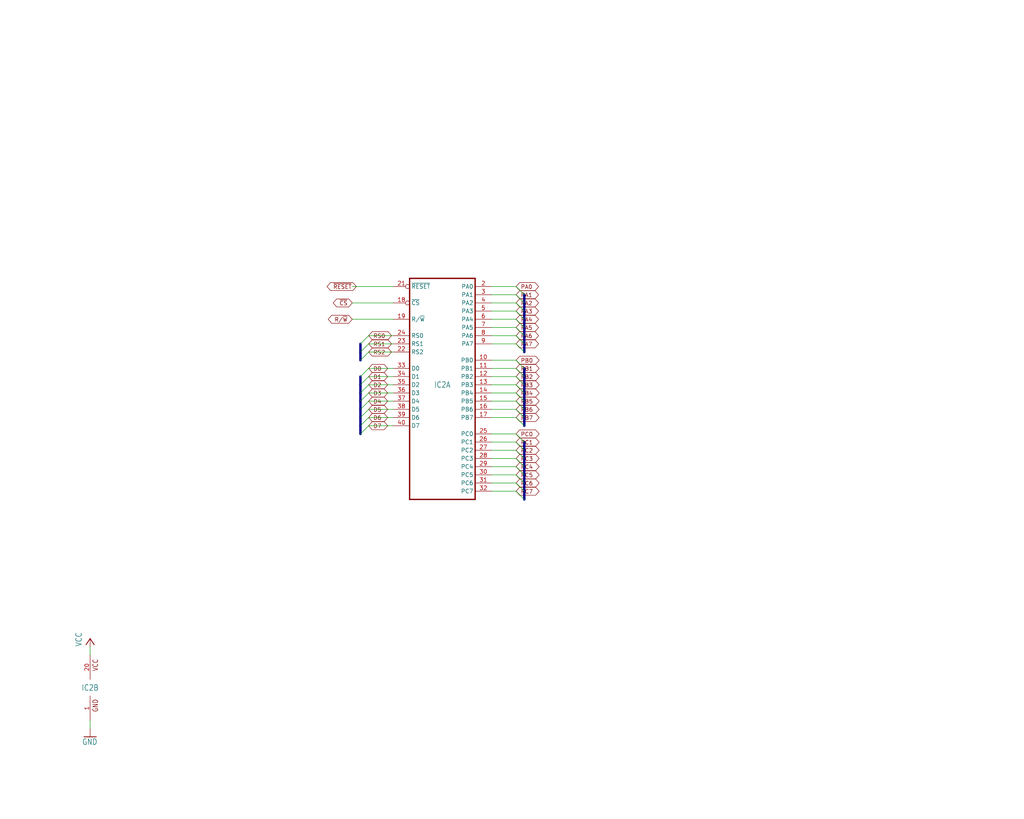
<source format=kicad_sch>
(kicad_sch
	(version 20231120)
	(generator "eeschema")
	(generator_version "8.0")
	(uuid "ea5cd088-c949-4418-b769-94c23f7e04fc")
	(paper "User" 317.5 254.127)
	(lib_symbols
		(symbol "Fake6523-eagle-import:6523-R"
			(exclude_from_sim no)
			(in_bom yes)
			(on_board yes)
			(property "Reference" "IC"
				(at 0 0 0)
				(effects
					(font
						(size 1.778 1.5113)
					)
				)
			)
			(property "Value" ""
				(at -10.16 -38.1 0)
				(effects
					(font
						(size 1.778 1.5113)
					)
					(justify left bottom)
					(hide yes)
				)
			)
			(property "Footprint" "Fake6523:DIL40-ROUNDPAD"
				(at 0 0 0)
				(effects
					(font
						(size 1.27 1.27)
					)
					(hide yes)
				)
			)
			(property "Datasheet" ""
				(at 0 0 0)
				(effects
					(font
						(size 1.27 1.27)
					)
					(hide yes)
				)
			)
			(property "Description" ""
				(at 0 0 0)
				(effects
					(font
						(size 1.27 1.27)
					)
					(hide yes)
				)
			)
			(property "ki_locked" ""
				(at 0 0 0)
				(effects
					(font
						(size 1.27 1.27)
					)
				)
			)
			(symbol "6523-R_1_0"
				(polyline
					(pts
						(xy -10.16 -35.56) (xy 10.16 -35.56)
					)
					(stroke
						(width 0.4064)
						(type solid)
					)
					(fill
						(type none)
					)
				)
				(polyline
					(pts
						(xy -10.16 33.02) (xy -10.16 -35.56)
					)
					(stroke
						(width 0.4064)
						(type solid)
					)
					(fill
						(type none)
					)
				)
				(polyline
					(pts
						(xy 10.16 -35.56) (xy 10.16 33.02)
					)
					(stroke
						(width 0.4064)
						(type solid)
					)
					(fill
						(type none)
					)
				)
				(polyline
					(pts
						(xy 10.16 33.02) (xy -10.16 33.02)
					)
					(stroke
						(width 0.4064)
						(type solid)
					)
					(fill
						(type none)
					)
				)
				(pin bidirectional line
					(at 15.24 7.62 180)
					(length 5.08)
					(name "PB0"
						(effects
							(font
								(size 1.27 1.27)
							)
						)
					)
					(number "10"
						(effects
							(font
								(size 1.27 1.27)
							)
						)
					)
				)
				(pin bidirectional line
					(at 15.24 5.08 180)
					(length 5.08)
					(name "PB1"
						(effects
							(font
								(size 1.27 1.27)
							)
						)
					)
					(number "11"
						(effects
							(font
								(size 1.27 1.27)
							)
						)
					)
				)
				(pin bidirectional line
					(at 15.24 2.54 180)
					(length 5.08)
					(name "PB2"
						(effects
							(font
								(size 1.27 1.27)
							)
						)
					)
					(number "12"
						(effects
							(font
								(size 1.27 1.27)
							)
						)
					)
				)
				(pin bidirectional line
					(at 15.24 0 180)
					(length 5.08)
					(name "PB3"
						(effects
							(font
								(size 1.27 1.27)
							)
						)
					)
					(number "13"
						(effects
							(font
								(size 1.27 1.27)
							)
						)
					)
				)
				(pin bidirectional line
					(at 15.24 -2.54 180)
					(length 5.08)
					(name "PB4"
						(effects
							(font
								(size 1.27 1.27)
							)
						)
					)
					(number "14"
						(effects
							(font
								(size 1.27 1.27)
							)
						)
					)
				)
				(pin bidirectional line
					(at 15.24 -5.08 180)
					(length 5.08)
					(name "PB5"
						(effects
							(font
								(size 1.27 1.27)
							)
						)
					)
					(number "15"
						(effects
							(font
								(size 1.27 1.27)
							)
						)
					)
				)
				(pin bidirectional line
					(at 15.24 -7.62 180)
					(length 5.08)
					(name "PB6"
						(effects
							(font
								(size 1.27 1.27)
							)
						)
					)
					(number "16"
						(effects
							(font
								(size 1.27 1.27)
							)
						)
					)
				)
				(pin bidirectional line
					(at 15.24 -10.16 180)
					(length 5.08)
					(name "PB7"
						(effects
							(font
								(size 1.27 1.27)
							)
						)
					)
					(number "17"
						(effects
							(font
								(size 1.27 1.27)
							)
						)
					)
				)
				(pin input inverted
					(at -15.24 25.4 0)
					(length 5.08)
					(name "~{CS}"
						(effects
							(font
								(size 1.27 1.27)
							)
						)
					)
					(number "18"
						(effects
							(font
								(size 1.27 1.27)
							)
						)
					)
				)
				(pin input line
					(at -15.24 20.32 0)
					(length 5.08)
					(name "R/~{W}"
						(effects
							(font
								(size 1.27 1.27)
							)
						)
					)
					(number "19"
						(effects
							(font
								(size 1.27 1.27)
							)
						)
					)
				)
				(pin bidirectional line
					(at 15.24 30.48 180)
					(length 5.08)
					(name "PA0"
						(effects
							(font
								(size 1.27 1.27)
							)
						)
					)
					(number "2"
						(effects
							(font
								(size 1.27 1.27)
							)
						)
					)
				)
				(pin input inverted
					(at -15.24 30.48 0)
					(length 5.08)
					(name "~{RESET}"
						(effects
							(font
								(size 1.27 1.27)
							)
						)
					)
					(number "21"
						(effects
							(font
								(size 1.27 1.27)
							)
						)
					)
				)
				(pin input line
					(at -15.24 10.16 0)
					(length 5.08)
					(name "RS2"
						(effects
							(font
								(size 1.27 1.27)
							)
						)
					)
					(number "22"
						(effects
							(font
								(size 1.27 1.27)
							)
						)
					)
				)
				(pin input line
					(at -15.24 12.7 0)
					(length 5.08)
					(name "RS1"
						(effects
							(font
								(size 1.27 1.27)
							)
						)
					)
					(number "23"
						(effects
							(font
								(size 1.27 1.27)
							)
						)
					)
				)
				(pin input line
					(at -15.24 15.24 0)
					(length 5.08)
					(name "RS0"
						(effects
							(font
								(size 1.27 1.27)
							)
						)
					)
					(number "24"
						(effects
							(font
								(size 1.27 1.27)
							)
						)
					)
				)
				(pin bidirectional line
					(at 15.24 -15.24 180)
					(length 5.08)
					(name "PC0"
						(effects
							(font
								(size 1.27 1.27)
							)
						)
					)
					(number "25"
						(effects
							(font
								(size 1.27 1.27)
							)
						)
					)
				)
				(pin bidirectional line
					(at 15.24 -17.78 180)
					(length 5.08)
					(name "PC1"
						(effects
							(font
								(size 1.27 1.27)
							)
						)
					)
					(number "26"
						(effects
							(font
								(size 1.27 1.27)
							)
						)
					)
				)
				(pin bidirectional line
					(at 15.24 -20.32 180)
					(length 5.08)
					(name "PC2"
						(effects
							(font
								(size 1.27 1.27)
							)
						)
					)
					(number "27"
						(effects
							(font
								(size 1.27 1.27)
							)
						)
					)
				)
				(pin bidirectional line
					(at 15.24 -22.86 180)
					(length 5.08)
					(name "PC3"
						(effects
							(font
								(size 1.27 1.27)
							)
						)
					)
					(number "28"
						(effects
							(font
								(size 1.27 1.27)
							)
						)
					)
				)
				(pin bidirectional line
					(at 15.24 -25.4 180)
					(length 5.08)
					(name "PC4"
						(effects
							(font
								(size 1.27 1.27)
							)
						)
					)
					(number "29"
						(effects
							(font
								(size 1.27 1.27)
							)
						)
					)
				)
				(pin bidirectional line
					(at 15.24 27.94 180)
					(length 5.08)
					(name "PA1"
						(effects
							(font
								(size 1.27 1.27)
							)
						)
					)
					(number "3"
						(effects
							(font
								(size 1.27 1.27)
							)
						)
					)
				)
				(pin bidirectional line
					(at 15.24 -27.94 180)
					(length 5.08)
					(name "PC5"
						(effects
							(font
								(size 1.27 1.27)
							)
						)
					)
					(number "30"
						(effects
							(font
								(size 1.27 1.27)
							)
						)
					)
				)
				(pin bidirectional line
					(at 15.24 -30.48 180)
					(length 5.08)
					(name "PC6"
						(effects
							(font
								(size 1.27 1.27)
							)
						)
					)
					(number "31"
						(effects
							(font
								(size 1.27 1.27)
							)
						)
					)
				)
				(pin bidirectional line
					(at 15.24 -33.02 180)
					(length 5.08)
					(name "PC7"
						(effects
							(font
								(size 1.27 1.27)
							)
						)
					)
					(number "32"
						(effects
							(font
								(size 1.27 1.27)
							)
						)
					)
				)
				(pin bidirectional line
					(at -15.24 5.08 0)
					(length 5.08)
					(name "D0"
						(effects
							(font
								(size 1.27 1.27)
							)
						)
					)
					(number "33"
						(effects
							(font
								(size 1.27 1.27)
							)
						)
					)
				)
				(pin bidirectional line
					(at -15.24 2.54 0)
					(length 5.08)
					(name "D1"
						(effects
							(font
								(size 1.27 1.27)
							)
						)
					)
					(number "34"
						(effects
							(font
								(size 1.27 1.27)
							)
						)
					)
				)
				(pin bidirectional line
					(at -15.24 0 0)
					(length 5.08)
					(name "D2"
						(effects
							(font
								(size 1.27 1.27)
							)
						)
					)
					(number "35"
						(effects
							(font
								(size 1.27 1.27)
							)
						)
					)
				)
				(pin bidirectional line
					(at -15.24 -2.54 0)
					(length 5.08)
					(name "D3"
						(effects
							(font
								(size 1.27 1.27)
							)
						)
					)
					(number "36"
						(effects
							(font
								(size 1.27 1.27)
							)
						)
					)
				)
				(pin bidirectional line
					(at -15.24 -5.08 0)
					(length 5.08)
					(name "D4"
						(effects
							(font
								(size 1.27 1.27)
							)
						)
					)
					(number "37"
						(effects
							(font
								(size 1.27 1.27)
							)
						)
					)
				)
				(pin bidirectional line
					(at -15.24 -7.62 0)
					(length 5.08)
					(name "D5"
						(effects
							(font
								(size 1.27 1.27)
							)
						)
					)
					(number "38"
						(effects
							(font
								(size 1.27 1.27)
							)
						)
					)
				)
				(pin bidirectional line
					(at -15.24 -10.16 0)
					(length 5.08)
					(name "D6"
						(effects
							(font
								(size 1.27 1.27)
							)
						)
					)
					(number "39"
						(effects
							(font
								(size 1.27 1.27)
							)
						)
					)
				)
				(pin bidirectional line
					(at 15.24 25.4 180)
					(length 5.08)
					(name "PA2"
						(effects
							(font
								(size 1.27 1.27)
							)
						)
					)
					(number "4"
						(effects
							(font
								(size 1.27 1.27)
							)
						)
					)
				)
				(pin bidirectional line
					(at -15.24 -12.7 0)
					(length 5.08)
					(name "D7"
						(effects
							(font
								(size 1.27 1.27)
							)
						)
					)
					(number "40"
						(effects
							(font
								(size 1.27 1.27)
							)
						)
					)
				)
				(pin bidirectional line
					(at 15.24 22.86 180)
					(length 5.08)
					(name "PA3"
						(effects
							(font
								(size 1.27 1.27)
							)
						)
					)
					(number "5"
						(effects
							(font
								(size 1.27 1.27)
							)
						)
					)
				)
				(pin bidirectional line
					(at 15.24 20.32 180)
					(length 5.08)
					(name "PA4"
						(effects
							(font
								(size 1.27 1.27)
							)
						)
					)
					(number "6"
						(effects
							(font
								(size 1.27 1.27)
							)
						)
					)
				)
				(pin bidirectional line
					(at 15.24 17.78 180)
					(length 5.08)
					(name "PA5"
						(effects
							(font
								(size 1.27 1.27)
							)
						)
					)
					(number "7"
						(effects
							(font
								(size 1.27 1.27)
							)
						)
					)
				)
				(pin bidirectional line
					(at 15.24 15.24 180)
					(length 5.08)
					(name "PA6"
						(effects
							(font
								(size 1.27 1.27)
							)
						)
					)
					(number "8"
						(effects
							(font
								(size 1.27 1.27)
							)
						)
					)
				)
				(pin bidirectional line
					(at 15.24 12.7 180)
					(length 5.08)
					(name "PA7"
						(effects
							(font
								(size 1.27 1.27)
							)
						)
					)
					(number "9"
						(effects
							(font
								(size 1.27 1.27)
							)
						)
					)
				)
			)
			(symbol "6523-R_2_0"
				(text "GND"
					(at 2.54 -7.62 900)
					(effects
						(font
							(size 1.524 1.2954)
						)
						(justify left bottom)
					)
				)
				(text "VCC"
					(at 2.54 5.08 900)
					(effects
						(font
							(size 1.524 1.2954)
						)
						(justify left bottom)
					)
				)
				(pin power_in line
					(at 0 -10.16 90)
					(length 7.62)
					(name "GND"
						(effects
							(font
								(size 0 0)
							)
						)
					)
					(number "1"
						(effects
							(font
								(size 1.27 1.27)
							)
						)
					)
				)
				(pin power_in line
					(at 0 10.16 270)
					(length 7.62)
					(name "VCC"
						(effects
							(font
								(size 0 0)
							)
						)
					)
					(number "20"
						(effects
							(font
								(size 1.27 1.27)
							)
						)
					)
				)
			)
		)
		(symbol "Fake6523-eagle-import:GND"
			(power)
			(exclude_from_sim no)
			(in_bom yes)
			(on_board yes)
			(property "Reference" "#GND"
				(at 0 0 0)
				(effects
					(font
						(size 1.27 1.27)
					)
					(hide yes)
				)
			)
			(property "Value" "GND"
				(at -2.54 -2.54 0)
				(effects
					(font
						(size 1.778 1.5113)
					)
					(justify left bottom)
				)
			)
			(property "Footprint" ""
				(at 0 0 0)
				(effects
					(font
						(size 1.27 1.27)
					)
					(hide yes)
				)
			)
			(property "Datasheet" ""
				(at 0 0 0)
				(effects
					(font
						(size 1.27 1.27)
					)
					(hide yes)
				)
			)
			(property "Description" ""
				(at 0 0 0)
				(effects
					(font
						(size 1.27 1.27)
					)
					(hide yes)
				)
			)
			(property "ki_locked" ""
				(at 0 0 0)
				(effects
					(font
						(size 1.27 1.27)
					)
				)
			)
			(symbol "GND_1_0"
				(polyline
					(pts
						(xy -1.905 0) (xy 1.905 0)
					)
					(stroke
						(width 0.254)
						(type solid)
					)
					(fill
						(type none)
					)
				)
				(pin power_in line
					(at 0 2.54 270)
					(length 2.54)
					(name "GND"
						(effects
							(font
								(size 0 0)
							)
						)
					)
					(number "1"
						(effects
							(font
								(size 0 0)
							)
						)
					)
				)
			)
		)
		(symbol "Fake6523-eagle-import:VCC"
			(power)
			(exclude_from_sim no)
			(in_bom yes)
			(on_board yes)
			(property "Reference" "#P+"
				(at 0 0 0)
				(effects
					(font
						(size 1.27 1.27)
					)
					(hide yes)
				)
			)
			(property "Value" "VCC"
				(at -2.54 -2.54 90)
				(effects
					(font
						(size 1.778 1.5113)
					)
					(justify left bottom)
				)
			)
			(property "Footprint" ""
				(at 0 0 0)
				(effects
					(font
						(size 1.27 1.27)
					)
					(hide yes)
				)
			)
			(property "Datasheet" ""
				(at 0 0 0)
				(effects
					(font
						(size 1.27 1.27)
					)
					(hide yes)
				)
			)
			(property "Description" ""
				(at 0 0 0)
				(effects
					(font
						(size 1.27 1.27)
					)
					(hide yes)
				)
			)
			(property "ki_locked" ""
				(at 0 0 0)
				(effects
					(font
						(size 1.27 1.27)
					)
				)
			)
			(symbol "VCC_1_0"
				(polyline
					(pts
						(xy 0 0) (xy -1.27 -1.905)
					)
					(stroke
						(width 0.254)
						(type solid)
					)
					(fill
						(type none)
					)
				)
				(polyline
					(pts
						(xy 1.27 -1.905) (xy 0 0)
					)
					(stroke
						(width 0.254)
						(type solid)
					)
					(fill
						(type none)
					)
				)
				(pin power_in line
					(at 0 -2.54 90)
					(length 2.54)
					(name "VCC"
						(effects
							(font
								(size 0 0)
							)
						)
					)
					(number "1"
						(effects
							(font
								(size 0 0)
							)
						)
					)
				)
			)
		)
	)
	(bus_entry
		(at 160.02 104.14)
		(size 2.54 2.54)
		(stroke
			(width 0)
			(type default)
		)
		(uuid "0153bbb7-9707-472e-8fee-4f304a1fd503")
	)
	(bus_entry
		(at 114.3 104.14)
		(size -2.54 2.54)
		(stroke
			(width 0)
			(type default)
		)
		(uuid "05bf7d5c-5039-4065-be32-d77d19ef530b")
	)
	(bus_entry
		(at 114.3 129.54)
		(size -2.54 2.54)
		(stroke
			(width 0)
			(type default)
		)
		(uuid "1b720d1e-e7f8-4089-90a3-0deb1c17e14d")
	)
	(bus_entry
		(at 160.02 96.52)
		(size 2.54 2.54)
		(stroke
			(width 0)
			(type default)
		)
		(uuid "1e214bc6-5ec0-4e90-bd91-3f51568718a2")
	)
	(bus_entry
		(at 114.3 116.84)
		(size -2.54 2.54)
		(stroke
			(width 0)
			(type default)
		)
		(uuid "2dca6a7a-d559-460e-91f8-00ba08946af1")
	)
	(bus_entry
		(at 160.02 144.78)
		(size 2.54 2.54)
		(stroke
			(width 0)
			(type default)
		)
		(uuid "32cff1d6-4e93-478d-9602-47302885e2b0")
	)
	(bus_entry
		(at 114.3 127)
		(size -2.54 2.54)
		(stroke
			(width 0)
			(type default)
		)
		(uuid "35450ef6-1c46-49e9-baef-1e459215ff5d")
	)
	(bus_entry
		(at 160.02 101.6)
		(size 2.54 2.54)
		(stroke
			(width 0)
			(type default)
		)
		(uuid "36e2eaa6-3c88-4b74-9c30-8a25e051a7a0")
	)
	(bus_entry
		(at 160.02 134.62)
		(size 2.54 2.54)
		(stroke
			(width 0)
			(type default)
		)
		(uuid "3fd5af22-8bc1-4d7e-80dd-eed83690aa42")
	)
	(bus_entry
		(at 114.3 106.68)
		(size -2.54 2.54)
		(stroke
			(width 0)
			(type default)
		)
		(uuid "414b4dca-3cb3-4c73-99ee-7e515e4cf5a5")
	)
	(bus_entry
		(at 160.02 99.06)
		(size 2.54 2.54)
		(stroke
			(width 0)
			(type default)
		)
		(uuid "41f47f46-cad7-4f68-97cf-49ca4ad6ef86")
	)
	(bus_entry
		(at 160.02 119.38)
		(size 2.54 2.54)
		(stroke
			(width 0)
			(type default)
		)
		(uuid "47bf9c88-adad-4da7-b16f-714972f5c761")
	)
	(bus_entry
		(at 114.3 132.08)
		(size -2.54 2.54)
		(stroke
			(width 0)
			(type default)
		)
		(uuid "5077eaf3-9302-4218-8b6e-099a3db0db31")
	)
	(bus_entry
		(at 160.02 137.16)
		(size 2.54 2.54)
		(stroke
			(width 0)
			(type default)
		)
		(uuid "51785aae-587a-47b0-a203-c11ad4f64655")
	)
	(bus_entry
		(at 160.02 114.3)
		(size 2.54 2.54)
		(stroke
			(width 0)
			(type default)
		)
		(uuid "5cdc31c6-63e3-4b40-b109-a910ee4697b0")
	)
	(bus_entry
		(at 160.02 127)
		(size 2.54 2.54)
		(stroke
			(width 0)
			(type default)
		)
		(uuid "5dff0807-b34a-4952-9607-529d6e7c9e0a")
	)
	(bus_entry
		(at 114.3 121.92)
		(size -2.54 2.54)
		(stroke
			(width 0)
			(type default)
		)
		(uuid "5fc8e8ca-0eca-4faa-a4e5-efed91be1eff")
	)
	(bus_entry
		(at 160.02 152.4)
		(size 2.54 2.54)
		(stroke
			(width 0)
			(type default)
		)
		(uuid "6f22aa60-f14e-4f2d-bf93-8402b9c5e98e")
	)
	(bus_entry
		(at 160.02 88.9)
		(size 2.54 2.54)
		(stroke
			(width 0)
			(type default)
		)
		(uuid "7f95e5cb-f510-40c0-a431-86aa60f38a23")
	)
	(bus_entry
		(at 114.3 109.22)
		(size -2.54 2.54)
		(stroke
			(width 0)
			(type default)
		)
		(uuid "9c5b1542-9d87-4556-9d5c-fb929247eab9")
	)
	(bus_entry
		(at 160.02 124.46)
		(size 2.54 2.54)
		(stroke
			(width 0)
			(type default)
		)
		(uuid "a2e5d45f-42f4-4a1e-a6d8-fc0fa6d3914e")
	)
	(bus_entry
		(at 160.02 139.7)
		(size 2.54 2.54)
		(stroke
			(width 0)
			(type default)
		)
		(uuid "a3da0eb1-093e-4c39-be50-c99553706a2b")
	)
	(bus_entry
		(at 160.02 106.68)
		(size 2.54 2.54)
		(stroke
			(width 0)
			(type default)
		)
		(uuid "ab4eee4c-6a1c-4680-b607-b9ed6f3b3db0")
	)
	(bus_entry
		(at 114.3 124.46)
		(size -2.54 2.54)
		(stroke
			(width 0)
			(type default)
		)
		(uuid "b0b4e2ea-33f7-43dd-89dc-000cffd8532e")
	)
	(bus_entry
		(at 160.02 129.54)
		(size 2.54 2.54)
		(stroke
			(width 0)
			(type default)
		)
		(uuid "b175ba53-c386-4de3-9b9d-44e29440126e")
	)
	(bus_entry
		(at 160.02 147.32)
		(size 2.54 2.54)
		(stroke
			(width 0)
			(type default)
		)
		(uuid "bb5c5e3b-19c1-4fd5-b418-805823cd0939")
	)
	(bus_entry
		(at 160.02 91.44)
		(size 2.54 2.54)
		(stroke
			(width 0)
			(type default)
		)
		(uuid "ca08cd16-187f-4848-b372-319479071e94")
	)
	(bus_entry
		(at 114.3 119.38)
		(size -2.54 2.54)
		(stroke
			(width 0)
			(type default)
		)
		(uuid "d75a19f1-633b-408a-9216-9b4e8c36d310")
	)
	(bus_entry
		(at 160.02 121.92)
		(size 2.54 2.54)
		(stroke
			(width 0)
			(type default)
		)
		(uuid "d9fde95e-37c5-487b-b601-b26428fc19c0")
	)
	(bus_entry
		(at 160.02 142.24)
		(size 2.54 2.54)
		(stroke
			(width 0)
			(type default)
		)
		(uuid "ded1b774-bb3b-4586-979b-164bd9664805")
	)
	(bus_entry
		(at 160.02 93.98)
		(size 2.54 2.54)
		(stroke
			(width 0)
			(type default)
		)
		(uuid "e2a9bfbf-035f-43c9-9cb9-10f5afdd261a")
	)
	(bus_entry
		(at 160.02 111.76)
		(size 2.54 2.54)
		(stroke
			(width 0)
			(type default)
		)
		(uuid "e38b55d5-71c1-4fe0-829b-20426353676f")
	)
	(bus_entry
		(at 114.3 114.3)
		(size -2.54 2.54)
		(stroke
			(width 0)
			(type default)
		)
		(uuid "eb24a8db-cab3-4c0c-817d-13feb65b643f")
	)
	(bus_entry
		(at 160.02 149.86)
		(size 2.54 2.54)
		(stroke
			(width 0)
			(type default)
		)
		(uuid "ee2eefd9-d1ba-4284-804b-cda46b288bdc")
	)
	(bus_entry
		(at 160.02 116.84)
		(size 2.54 2.54)
		(stroke
			(width 0)
			(type default)
		)
		(uuid "fbadd7d7-6042-42cd-bfc8-2ec2d54d74b1")
	)
	(wire
		(pts
			(xy 160.02 121.92) (xy 152.4 121.92)
		)
		(stroke
			(width 0.1524)
			(type solid)
		)
		(uuid "05b09bd9-a18b-42e8-a95e-95e510277f03")
	)
	(bus
		(pts
			(xy 162.56 106.68) (xy 162.56 109.22)
		)
		(stroke
			(width 0.762)
			(type solid)
		)
		(uuid "06459628-5a44-4ed6-9c95-3f274c46cc40")
	)
	(bus
		(pts
			(xy 162.56 149.86) (xy 162.56 152.4)
		)
		(stroke
			(width 0.762)
			(type solid)
		)
		(uuid "090b7850-2787-4d3c-8f63-e8816483ae88")
	)
	(bus
		(pts
			(xy 162.56 116.84) (xy 162.56 119.38)
		)
		(stroke
			(width 0.762)
			(type solid)
		)
		(uuid "12e8088a-4d6c-485c-93ee-c0244f5b5867")
	)
	(bus
		(pts
			(xy 162.56 101.6) (xy 162.56 104.14)
		)
		(stroke
			(width 0.762)
			(type solid)
		)
		(uuid "167acc28-d577-4c28-8e31-a44e02604133")
	)
	(wire
		(pts
			(xy 160.02 88.9) (xy 152.4 88.9)
		)
		(stroke
			(width 0.1524)
			(type solid)
		)
		(uuid "19808ea7-bfb3-4a0d-9635-df70a6244e20")
	)
	(bus
		(pts
			(xy 111.76 116.84) (xy 111.76 119.38)
		)
		(stroke
			(width 0.762)
			(type solid)
		)
		(uuid "1db57b83-2fcd-4412-a0e2-d915aa506595")
	)
	(bus
		(pts
			(xy 111.76 119.38) (xy 111.76 121.92)
		)
		(stroke
			(width 0.762)
			(type solid)
		)
		(uuid "1ed934af-5208-4d9d-acd5-342b8e4e3926")
	)
	(bus
		(pts
			(xy 162.56 152.4) (xy 162.56 154.94)
		)
		(stroke
			(width 0.762)
			(type solid)
		)
		(uuid "1fc6ac6b-c223-4259-ade9-aa0f07ea0d39")
	)
	(wire
		(pts
			(xy 160.02 152.4) (xy 152.4 152.4)
		)
		(stroke
			(width 0.1524)
			(type solid)
		)
		(uuid "1fcf6fcd-4c80-4751-81ac-0d45bca4ca3c")
	)
	(bus
		(pts
			(xy 162.56 142.24) (xy 162.56 144.78)
		)
		(stroke
			(width 0.762)
			(type solid)
		)
		(uuid "20a515c0-32fc-48f3-8a04-ee75419efdde")
	)
	(wire
		(pts
			(xy 160.02 124.46) (xy 152.4 124.46)
		)
		(stroke
			(width 0.1524)
			(type solid)
		)
		(uuid "28a6e752-ab2e-4ed0-9315-77dbec8de95d")
	)
	(wire
		(pts
			(xy 160.02 137.16) (xy 152.4 137.16)
		)
		(stroke
			(width 0.1524)
			(type solid)
		)
		(uuid "2a01ea15-f0a2-4298-9e1d-7f7ecedf7564")
	)
	(bus
		(pts
			(xy 162.56 96.52) (xy 162.56 99.06)
		)
		(stroke
			(width 0.762)
			(type solid)
		)
		(uuid "36c23207-fd33-4cbe-a4b5-913eaf34932f")
	)
	(bus
		(pts
			(xy 162.56 121.92) (xy 162.56 124.46)
		)
		(stroke
			(width 0.762)
			(type solid)
		)
		(uuid "371d74d8-e96c-49a3-b554-c199150d04c2")
	)
	(wire
		(pts
			(xy 27.94 200.66) (xy 27.94 203.2)
		)
		(stroke
			(width 0.1524)
			(type solid)
		)
		(uuid "3bf84ac5-589f-4fcc-ba50-4452ce0a599a")
	)
	(wire
		(pts
			(xy 160.02 139.7) (xy 152.4 139.7)
		)
		(stroke
			(width 0.1524)
			(type solid)
		)
		(uuid "3d8a4e0e-0813-4567-9436-643237cf8b17")
	)
	(bus
		(pts
			(xy 111.76 106.68) (xy 111.76 109.22)
		)
		(stroke
			(width 0.762)
			(type solid)
		)
		(uuid "420e2810-525a-4d4b-ae31-457538840965")
	)
	(bus
		(pts
			(xy 162.56 119.38) (xy 162.56 121.92)
		)
		(stroke
			(width 0.762)
			(type solid)
		)
		(uuid "44025dfb-2cfc-4e46-a63a-a3a40baff29a")
	)
	(wire
		(pts
			(xy 114.3 119.38) (xy 121.92 119.38)
		)
		(stroke
			(width 0.1524)
			(type solid)
		)
		(uuid "44de2c6d-584b-48a4-be30-ed64a63d5413")
	)
	(wire
		(pts
			(xy 160.02 119.38) (xy 152.4 119.38)
		)
		(stroke
			(width 0.1524)
			(type solid)
		)
		(uuid "47f2fa3a-032d-4220-b356-1997afbad271")
	)
	(wire
		(pts
			(xy 114.3 109.22) (xy 121.92 109.22)
		)
		(stroke
			(width 0.1524)
			(type solid)
		)
		(uuid "48e233ef-f261-47f5-913b-6aa995a0109a")
	)
	(wire
		(pts
			(xy 114.3 114.3) (xy 121.92 114.3)
		)
		(stroke
			(width 0.1524)
			(type solid)
		)
		(uuid "53147495-5537-4fb3-b20c-4f384775d4f7")
	)
	(wire
		(pts
			(xy 114.3 129.54) (xy 121.92 129.54)
		)
		(stroke
			(width 0.1524)
			(type solid)
		)
		(uuid "59bb7508-6c7d-4a99-9c71-37182d13880e")
	)
	(wire
		(pts
			(xy 160.02 134.62) (xy 152.4 134.62)
		)
		(stroke
			(width 0.1524)
			(type solid)
		)
		(uuid "5a4b6f5b-fd32-440e-90b4-99bf8e134b5f")
	)
	(bus
		(pts
			(xy 162.56 124.46) (xy 162.56 127)
		)
		(stroke
			(width 0.762)
			(type solid)
		)
		(uuid "6073b06c-db34-402d-97f7-72bcadf32bde")
	)
	(wire
		(pts
			(xy 160.02 142.24) (xy 152.4 142.24)
		)
		(stroke
			(width 0.1524)
			(type solid)
		)
		(uuid "6100e1a5-3745-4a5e-94f1-a12522c8ea13")
	)
	(wire
		(pts
			(xy 121.92 88.9) (xy 109.22 88.9)
		)
		(stroke
			(width 0.1524)
			(type solid)
		)
		(uuid "6151f6ab-7a65-40f9-919e-1a02036c5bf2")
	)
	(wire
		(pts
			(xy 160.02 99.06) (xy 152.4 99.06)
		)
		(stroke
			(width 0.1524)
			(type solid)
		)
		(uuid "6ad34125-a10d-44e0-8ec0-a7db90e7a1be")
	)
	(bus
		(pts
			(xy 111.76 127) (xy 111.76 129.54)
		)
		(stroke
			(width 0.762)
			(type solid)
		)
		(uuid "6b5a32ae-c2f6-4d1e-b512-27ceedb5de85")
	)
	(wire
		(pts
			(xy 160.02 144.78) (xy 152.4 144.78)
		)
		(stroke
			(width 0.1524)
			(type solid)
		)
		(uuid "702ad1c8-1656-4619-8466-a983f8199a3a")
	)
	(bus
		(pts
			(xy 162.56 114.3) (xy 162.56 116.84)
		)
		(stroke
			(width 0.762)
			(type solid)
		)
		(uuid "72b6f1d2-45ca-4f38-9f94-d94ee6753352")
	)
	(wire
		(pts
			(xy 160.02 147.32) (xy 152.4 147.32)
		)
		(stroke
			(width 0.1524)
			(type solid)
		)
		(uuid "72eb1ae3-6506-48c8-bf87-6e587fd28e42")
	)
	(wire
		(pts
			(xy 121.92 93.98) (xy 109.22 93.98)
		)
		(stroke
			(width 0.1524)
			(type solid)
		)
		(uuid "75444b44-dbe2-4ce2-99b3-b1150a1f17dd")
	)
	(bus
		(pts
			(xy 162.56 99.06) (xy 162.56 101.6)
		)
		(stroke
			(width 0.762)
			(type solid)
		)
		(uuid "7553f0ba-6d09-455f-8e0a-0632a40af623")
	)
	(bus
		(pts
			(xy 111.76 129.54) (xy 111.76 132.08)
		)
		(stroke
			(width 0.762)
			(type solid)
		)
		(uuid "7595ad36-d4d5-4a07-be00-51fecbcbef0b")
	)
	(wire
		(pts
			(xy 114.3 121.92) (xy 121.92 121.92)
		)
		(stroke
			(width 0.1524)
			(type solid)
		)
		(uuid "7aab9858-b2a0-4bc8-8924-904ef8119d84")
	)
	(wire
		(pts
			(xy 114.3 116.84) (xy 121.92 116.84)
		)
		(stroke
			(width 0.1524)
			(type solid)
		)
		(uuid "7ab67959-d29b-4949-88bf-d8a35f3a3c5a")
	)
	(wire
		(pts
			(xy 114.3 104.14) (xy 121.92 104.14)
		)
		(stroke
			(width 0.1524)
			(type solid)
		)
		(uuid "7b5e79c6-f8fb-48df-a298-7583d6d8e00c")
	)
	(wire
		(pts
			(xy 160.02 116.84) (xy 152.4 116.84)
		)
		(stroke
			(width 0.1524)
			(type solid)
		)
		(uuid "7d28ad60-c5bb-4f51-a52c-b08a42a922ec")
	)
	(wire
		(pts
			(xy 160.02 93.98) (xy 152.4 93.98)
		)
		(stroke
			(width 0.1524)
			(type solid)
		)
		(uuid "7ed36e1a-8d6e-4a68-9786-3dce663c42e7")
	)
	(wire
		(pts
			(xy 114.3 124.46) (xy 121.92 124.46)
		)
		(stroke
			(width 0.1524)
			(type solid)
		)
		(uuid "8069a403-676d-49cf-917d-015b431921c5")
	)
	(bus
		(pts
			(xy 162.56 104.14) (xy 162.56 106.68)
		)
		(stroke
			(width 0.762)
			(type solid)
		)
		(uuid "80a061e5-a669-4e7e-8592-501dfbb4cb53")
	)
	(wire
		(pts
			(xy 160.02 149.86) (xy 152.4 149.86)
		)
		(stroke
			(width 0.1524)
			(type solid)
		)
		(uuid "816a7bae-b206-49e9-9005-306806735ba4")
	)
	(bus
		(pts
			(xy 162.56 91.44) (xy 162.56 93.98)
		)
		(stroke
			(width 0.762)
			(type solid)
		)
		(uuid "87615cf4-1bb3-433b-bf1a-49a595feda67")
	)
	(wire
		(pts
			(xy 160.02 129.54) (xy 152.4 129.54)
		)
		(stroke
			(width 0.1524)
			(type solid)
		)
		(uuid "89b45de4-8b5c-4913-b768-9b6346bbe910")
	)
	(bus
		(pts
			(xy 162.56 147.32) (xy 162.56 149.86)
		)
		(stroke
			(width 0.762)
			(type solid)
		)
		(uuid "8b3067d1-68ca-4acf-9a5a-6783b196bcff")
	)
	(wire
		(pts
			(xy 27.94 223.52) (xy 27.94 226.06)
		)
		(stroke
			(width 0.1524)
			(type solid)
		)
		(uuid "903983ad-5d83-4ad9-a03c-479ada18f948")
	)
	(bus
		(pts
			(xy 162.56 144.78) (xy 162.56 147.32)
		)
		(stroke
			(width 0.762)
			(type solid)
		)
		(uuid "90a8e527-423f-4033-aa8c-60983a9c2b7f")
	)
	(wire
		(pts
			(xy 114.3 127) (xy 121.92 127)
		)
		(stroke
			(width 0.1524)
			(type solid)
		)
		(uuid "9321a4c7-47fb-4c39-9dd5-c4d0aae8a2ba")
	)
	(wire
		(pts
			(xy 160.02 101.6) (xy 152.4 101.6)
		)
		(stroke
			(width 0.1524)
			(type solid)
		)
		(uuid "972f8da3-76dc-44e3-9d5c-ddb1a10270b2")
	)
	(bus
		(pts
			(xy 162.56 139.7) (xy 162.56 142.24)
		)
		(stroke
			(width 0.762)
			(type solid)
		)
		(uuid "987e5947-16d2-43a6-9a4c-37ecb9c9cd45")
	)
	(wire
		(pts
			(xy 160.02 111.76) (xy 152.4 111.76)
		)
		(stroke
			(width 0.1524)
			(type solid)
		)
		(uuid "9af2ece3-9a1e-4657-bdf4-1a3d4baef0dd")
	)
	(bus
		(pts
			(xy 111.76 109.22) (xy 111.76 111.76)
		)
		(stroke
			(width 0.762)
			(type solid)
		)
		(uuid "a2e31215-5324-4d4c-9f45-7b4d455590de")
	)
	(wire
		(pts
			(xy 160.02 127) (xy 152.4 127)
		)
		(stroke
			(width 0.1524)
			(type solid)
		)
		(uuid "b1ada8a8-5f34-4e36-9061-23dd18c451d9")
	)
	(wire
		(pts
			(xy 160.02 106.68) (xy 152.4 106.68)
		)
		(stroke
			(width 0.1524)
			(type solid)
		)
		(uuid "b46140e7-5e7f-4bf2-910d-f51710141cd8")
	)
	(bus
		(pts
			(xy 162.56 127) (xy 162.56 129.54)
		)
		(stroke
			(width 0.762)
			(type solid)
		)
		(uuid "b475f72b-1e21-4a89-8e28-d9cebc101571")
	)
	(bus
		(pts
			(xy 162.56 137.16) (xy 162.56 139.7)
		)
		(stroke
			(width 0.762)
			(type solid)
		)
		(uuid "b844b115-1110-407f-8283-3e6d5ad12430")
	)
	(bus
		(pts
			(xy 111.76 124.46) (xy 111.76 127)
		)
		(stroke
			(width 0.762)
			(type solid)
		)
		(uuid "bbb8617f-153d-45d1-94b1-b719b0909776")
	)
	(bus
		(pts
			(xy 111.76 132.08) (xy 111.76 134.62)
		)
		(stroke
			(width 0.762)
			(type solid)
		)
		(uuid "bd0f3d40-b836-4349-ac66-4706f6328c5f")
	)
	(wire
		(pts
			(xy 121.92 99.06) (xy 109.22 99.06)
		)
		(stroke
			(width 0.1524)
			(type solid)
		)
		(uuid "c95759e2-068b-428b-a8d9-fd4163a03981")
	)
	(bus
		(pts
			(xy 162.56 93.98) (xy 162.56 96.52)
		)
		(stroke
			(width 0.762)
			(type solid)
		)
		(uuid "cef02807-56cb-467f-91fd-b0bbfd357b39")
	)
	(bus
		(pts
			(xy 111.76 121.92) (xy 111.76 124.46)
		)
		(stroke
			(width 0.762)
			(type solid)
		)
		(uuid "cfb77fd9-ce5f-434c-b1ec-59aa3bef927c")
	)
	(wire
		(pts
			(xy 160.02 104.14) (xy 152.4 104.14)
		)
		(stroke
			(width 0.1524)
			(type solid)
		)
		(uuid "d75c4740-c2f6-4855-b2c5-e5e8e04ce06c")
	)
	(wire
		(pts
			(xy 160.02 96.52) (xy 152.4 96.52)
		)
		(stroke
			(width 0.1524)
			(type solid)
		)
		(uuid "dad1be01-4ff3-4f09-a4a4-eb988808d28d")
	)
	(wire
		(pts
			(xy 114.3 106.68) (xy 121.92 106.68)
		)
		(stroke
			(width 0.1524)
			(type solid)
		)
		(uuid "dad8f7db-16b4-487e-b29c-e0b77a6e2711")
	)
	(wire
		(pts
			(xy 160.02 114.3) (xy 152.4 114.3)
		)
		(stroke
			(width 0.1524)
			(type solid)
		)
		(uuid "dcb4cc1d-7737-4baa-9880-d83f7c02459e")
	)
	(bus
		(pts
			(xy 162.56 129.54) (xy 162.56 132.08)
		)
		(stroke
			(width 0.762)
			(type solid)
		)
		(uuid "e6c9c74f-7f88-4b46-a921-c4d7e12c023f")
	)
	(wire
		(pts
			(xy 160.02 91.44) (xy 152.4 91.44)
		)
		(stroke
			(width 0.1524)
			(type solid)
		)
		(uuid "f42a6832-8fdd-4203-bebe-6516d56caa19")
	)
	(wire
		(pts
			(xy 114.3 132.08) (xy 121.92 132.08)
		)
		(stroke
			(width 0.1524)
			(type solid)
		)
		(uuid "fc47a30c-c785-4470-94b2-a558bc5408a6")
	)
	(global_label "RS1"
		(shape bidirectional)
		(at 114.3 106.68 0)
		(fields_autoplaced yes)
		(effects
			(font
				(size 1.2446 1.2446)
			)
			(justify left)
		)
		(uuid "097df49b-0351-408c-94cf-17dc36879a80")
		(property "Intersheetrefs" "${INTERSHEET_REFS}"
			(at 121.9294 106.68 0)
			(effects
				(font
					(size 1.27 1.27)
				)
				(justify left)
				(hide yes)
			)
		)
	)
	(global_label "PC3"
		(shape bidirectional)
		(at 160.02 142.24 0)
		(fields_autoplaced yes)
		(effects
			(font
				(size 1.2446 1.2446)
			)
			(justify left)
		)
		(uuid "18447612-e74c-4bba-ba07-5bbaa1518990")
		(property "Intersheetrefs" "${INTERSHEET_REFS}"
			(at 167.7087 142.24 0)
			(effects
				(font
					(size 1.27 1.27)
				)
				(justify left)
				(hide yes)
			)
		)
	)
	(global_label "PC6"
		(shape bidirectional)
		(at 160.02 149.86 0)
		(fields_autoplaced yes)
		(effects
			(font
				(size 1.2446 1.2446)
			)
			(justify left)
		)
		(uuid "1a327317-365c-4250-a62a-2a6418356f2a")
		(property "Intersheetrefs" "${INTERSHEET_REFS}"
			(at 167.7087 149.86 0)
			(effects
				(font
					(size 1.27 1.27)
				)
				(justify left)
				(hide yes)
			)
		)
	)
	(global_label "PC5"
		(shape bidirectional)
		(at 160.02 147.32 0)
		(fields_autoplaced yes)
		(effects
			(font
				(size 1.2446 1.2446)
			)
			(justify left)
		)
		(uuid "1d27721b-b2bf-4cba-908b-24e0cd5c59cf")
		(property "Intersheetrefs" "${INTERSHEET_REFS}"
			(at 167.7087 147.32 0)
			(effects
				(font
					(size 1.27 1.27)
				)
				(justify left)
				(hide yes)
			)
		)
	)
	(global_label "PC7"
		(shape bidirectional)
		(at 160.02 152.4 0)
		(fields_autoplaced yes)
		(effects
			(font
				(size 1.2446 1.2446)
			)
			(justify left)
		)
		(uuid "230a9e82-d08c-429e-b882-ec3330431641")
		(property "Intersheetrefs" "${INTERSHEET_REFS}"
			(at 167.7087 152.4 0)
			(effects
				(font
					(size 1.27 1.27)
				)
				(justify left)
				(hide yes)
			)
		)
	)
	(global_label "PB6"
		(shape bidirectional)
		(at 160.02 127 0)
		(fields_autoplaced yes)
		(effects
			(font
				(size 1.2446 1.2446)
			)
			(justify left)
		)
		(uuid "28278224-7183-4b0f-addb-98ebd0545ea7")
		(property "Intersheetrefs" "${INTERSHEET_REFS}"
			(at 167.7087 127 0)
			(effects
				(font
					(size 1.27 1.27)
				)
				(justify left)
				(hide yes)
			)
		)
	)
	(global_label "PB2"
		(shape bidirectional)
		(at 160.02 116.84 0)
		(fields_autoplaced yes)
		(effects
			(font
				(size 1.2446 1.2446)
			)
			(justify left)
		)
		(uuid "39f29a97-e022-434a-86f8-c91b09f41df9")
		(property "Intersheetrefs" "${INTERSHEET_REFS}"
			(at 167.7087 116.84 0)
			(effects
				(font
					(size 1.27 1.27)
				)
				(justify left)
				(hide yes)
			)
		)
	)
	(global_label "PB5"
		(shape bidirectional)
		(at 160.02 124.46 0)
		(fields_autoplaced yes)
		(effects
			(font
				(size 1.2446 1.2446)
			)
			(justify left)
		)
		(uuid "3f43e903-d2d4-4f83-8598-83c6f7f31f3d")
		(property "Intersheetrefs" "${INTERSHEET_REFS}"
			(at 167.7087 124.46 0)
			(effects
				(font
					(size 1.27 1.27)
				)
				(justify left)
				(hide yes)
			)
		)
	)
	(global_label "R/~{W}"
		(shape bidirectional)
		(at 109.22 99.06 180)
		(fields_autoplaced yes)
		(effects
			(font
				(size 1.2446 1.2446)
			)
			(justify right)
		)
		(uuid "42d23275-6b89-4f4e-afd8-21b1a0d81a99")
		(property "Intersheetrefs" "${INTERSHEET_REFS}"
			(at 101.2349 99.06 0)
			(effects
				(font
					(size 1.27 1.27)
				)
				(justify right)
				(hide yes)
			)
		)
	)
	(global_label "D5"
		(shape bidirectional)
		(at 114.3 127 0)
		(fields_autoplaced yes)
		(effects
			(font
				(size 1.2446 1.2446)
			)
			(justify left)
		)
		(uuid "46459be3-56da-4988-8863-c048b24f8000")
		(property "Intersheetrefs" "${INTERSHEET_REFS}"
			(at 120.7441 127 0)
			(effects
				(font
					(size 1.27 1.27)
				)
				(justify left)
				(hide yes)
			)
		)
	)
	(global_label "PB0"
		(shape bidirectional)
		(at 160.02 111.76 0)
		(fields_autoplaced yes)
		(effects
			(font
				(size 1.2446 1.2446)
			)
			(justify left)
		)
		(uuid "55f92d04-3dc0-435f-885f-c30382029883")
		(property "Intersheetrefs" "${INTERSHEET_REFS}"
			(at 167.7087 111.76 0)
			(effects
				(font
					(size 1.27 1.27)
				)
				(justify left)
				(hide yes)
			)
		)
	)
	(global_label "RS2"
		(shape bidirectional)
		(at 114.3 109.22 0)
		(fields_autoplaced yes)
		(effects
			(font
				(size 1.2446 1.2446)
			)
			(justify left)
		)
		(uuid "5f81afd6-67a7-47a1-9f42-fb80b5cda3a8")
		(property "Intersheetrefs" "${INTERSHEET_REFS}"
			(at 121.9294 109.22 0)
			(effects
				(font
					(size 1.27 1.27)
				)
				(justify left)
				(hide yes)
			)
		)
	)
	(global_label "D7"
		(shape bidirectional)
		(at 114.3 132.08 0)
		(fields_autoplaced yes)
		(effects
			(font
				(size 1.2446 1.2446)
			)
			(justify left)
		)
		(uuid "63374ee7-08a0-4a2d-99e9-4e37b6000f2f")
		(property "Intersheetrefs" "${INTERSHEET_REFS}"
			(at 120.7441 132.08 0)
			(effects
				(font
					(size 1.27 1.27)
				)
				(justify left)
				(hide yes)
			)
		)
	)
	(global_label "D1"
		(shape bidirectional)
		(at 114.3 116.84 0)
		(fields_autoplaced yes)
		(effects
			(font
				(size 1.2446 1.2446)
			)
			(justify left)
		)
		(uuid "6441a63f-a8e2-4619-bc71-7d915c9db656")
		(property "Intersheetrefs" "${INTERSHEET_REFS}"
			(at 120.7441 116.84 0)
			(effects
				(font
					(size 1.27 1.27)
				)
				(justify left)
				(hide yes)
			)
		)
	)
	(global_label "D4"
		(shape bidirectional)
		(at 114.3 124.46 0)
		(fields_autoplaced yes)
		(effects
			(font
				(size 1.2446 1.2446)
			)
			(justify left)
		)
		(uuid "64b0b383-4d8a-4486-9346-ef55533b8296")
		(property "Intersheetrefs" "${INTERSHEET_REFS}"
			(at 120.7441 124.46 0)
			(effects
				(font
					(size 1.27 1.27)
				)
				(justify left)
				(hide yes)
			)
		)
	)
	(global_label "D2"
		(shape bidirectional)
		(at 114.3 119.38 0)
		(fields_autoplaced yes)
		(effects
			(font
				(size 1.2446 1.2446)
			)
			(justify left)
		)
		(uuid "65eeee5f-566b-4dfa-aa5e-eb2ecf8bf9d1")
		(property "Intersheetrefs" "${INTERSHEET_REFS}"
			(at 120.7441 119.38 0)
			(effects
				(font
					(size 1.27 1.27)
				)
				(justify left)
				(hide yes)
			)
		)
	)
	(global_label "RS0"
		(shape bidirectional)
		(at 114.3 104.14 0)
		(fields_autoplaced yes)
		(effects
			(font
				(size 1.2446 1.2446)
			)
			(justify left)
		)
		(uuid "67b8487e-d9f4-464a-975e-bb2325ee625d")
		(property "Intersheetrefs" "${INTERSHEET_REFS}"
			(at 121.9294 104.14 0)
			(effects
				(font
					(size 1.27 1.27)
				)
				(justify left)
				(hide yes)
			)
		)
	)
	(global_label "PB7"
		(shape bidirectional)
		(at 160.02 129.54 0)
		(fields_autoplaced yes)
		(effects
			(font
				(size 1.2446 1.2446)
			)
			(justify left)
		)
		(uuid "6dffdbed-647d-44da-af7a-ccac072e9b17")
		(property "Intersheetrefs" "${INTERSHEET_REFS}"
			(at 167.7087 129.54 0)
			(effects
				(font
					(size 1.27 1.27)
				)
				(justify left)
				(hide yes)
			)
		)
	)
	(global_label "PA4"
		(shape bidirectional)
		(at 160.02 99.06 0)
		(fields_autoplaced yes)
		(effects
			(font
				(size 1.2446 1.2446)
			)
			(justify left)
		)
		(uuid "6f89926d-22a3-4028-87c2-da88a472fc8c")
		(property "Intersheetrefs" "${INTERSHEET_REFS}"
			(at 167.5309 99.06 0)
			(effects
				(font
					(size 1.27 1.27)
				)
				(justify left)
				(hide yes)
			)
		)
	)
	(global_label "PA6"
		(shape bidirectional)
		(at 160.02 104.14 0)
		(fields_autoplaced yes)
		(effects
			(font
				(size 1.2446 1.2446)
			)
			(justify left)
		)
		(uuid "71934fd2-82dc-4edc-88b0-5c26997dfaf4")
		(property "Intersheetrefs" "${INTERSHEET_REFS}"
			(at 167.5309 104.14 0)
			(effects
				(font
					(size 1.27 1.27)
				)
				(justify left)
				(hide yes)
			)
		)
	)
	(global_label "PC2"
		(shape bidirectional)
		(at 160.02 139.7 0)
		(fields_autoplaced yes)
		(effects
			(font
				(size 1.2446 1.2446)
			)
			(justify left)
		)
		(uuid "72a3749f-a07a-4005-a927-5288f19b93a4")
		(property "Intersheetrefs" "${INTERSHEET_REFS}"
			(at 167.7087 139.7 0)
			(effects
				(font
					(size 1.27 1.27)
				)
				(justify left)
				(hide yes)
			)
		)
	)
	(global_label "PB1"
		(shape bidirectional)
		(at 160.02 114.3 0)
		(fields_autoplaced yes)
		(effects
			(font
				(size 1.2446 1.2446)
			)
			(justify left)
		)
		(uuid "77884a6c-0982-43a7-8e5d-51e30cf9fb84")
		(property "Intersheetrefs" "${INTERSHEET_REFS}"
			(at 167.7087 114.3 0)
			(effects
				(font
					(size 1.27 1.27)
				)
				(justify left)
				(hide yes)
			)
		)
	)
	(global_label "PA3"
		(shape bidirectional)
		(at 160.02 96.52 0)
		(fields_autoplaced yes)
		(effects
			(font
				(size 1.2446 1.2446)
			)
			(justify left)
		)
		(uuid "80e2b8f5-5eb9-4e90-8bc5-3f8f5998818b")
		(property "Intersheetrefs" "${INTERSHEET_REFS}"
			(at 167.5309 96.52 0)
			(effects
				(font
					(size 1.27 1.27)
				)
				(justify left)
				(hide yes)
			)
		)
	)
	(global_label "PC4"
		(shape bidirectional)
		(at 160.02 144.78 0)
		(fields_autoplaced yes)
		(effects
			(font
				(size 1.2446 1.2446)
			)
			(justify left)
		)
		(uuid "98290d19-58d0-40f7-98aa-552740e4380f")
		(property "Intersheetrefs" "${INTERSHEET_REFS}"
			(at 167.7087 144.78 0)
			(effects
				(font
					(size 1.27 1.27)
				)
				(justify left)
				(hide yes)
			)
		)
	)
	(global_label "~{RESET}"
		(shape bidirectional)
		(at 110.49 88.9 180)
		(fields_autoplaced yes)
		(effects
			(font
				(size 1.2446 1.2446)
			)
			(justify right)
		)
		(uuid "a22022e1-6246-4089-9347-d4cd3021ee75")
		(property "Intersheetrefs" "${INTERSHEET_REFS}"
			(at 100.8454 88.9 0)
			(effects
				(font
					(size 1.27 1.27)
				)
				(justify right)
				(hide yes)
			)
		)
	)
	(global_label "D3"
		(shape bidirectional)
		(at 114.3 121.92 0)
		(fields_autoplaced yes)
		(effects
			(font
				(size 1.2446 1.2446)
			)
			(justify left)
		)
		(uuid "a26a12a4-c0da-48f7-9275-0c9fcd1d7313")
		(property "Intersheetrefs" "${INTERSHEET_REFS}"
			(at 120.7441 121.92 0)
			(effects
				(font
					(size 1.27 1.27)
				)
				(justify left)
				(hide yes)
			)
		)
	)
	(global_label "PA0"
		(shape bidirectional)
		(at 160.02 88.9 0)
		(fields_autoplaced yes)
		(effects
			(font
				(size 1.2446 1.2446)
			)
			(justify left)
		)
		(uuid "aadc49b7-57ed-41c9-a7c4-f88c06406d55")
		(property "Intersheetrefs" "${INTERSHEET_REFS}"
			(at 167.5309 88.9 0)
			(effects
				(font
					(size 1.27 1.27)
				)
				(justify left)
				(hide yes)
			)
		)
	)
	(global_label "PA7"
		(shape bidirectional)
		(at 160.02 106.68 0)
		(fields_autoplaced yes)
		(effects
			(font
				(size 1.2446 1.2446)
			)
			(justify left)
		)
		(uuid "beb2517d-05dc-42ea-b3df-2242b6d0bd5d")
		(property "Intersheetrefs" "${INTERSHEET_REFS}"
			(at 167.5309 106.68 0)
			(effects
				(font
					(size 1.27 1.27)
				)
				(justify left)
				(hide yes)
			)
		)
	)
	(global_label "PB3"
		(shape bidirectional)
		(at 160.02 119.38 0)
		(fields_autoplaced yes)
		(effects
			(font
				(size 1.2446 1.2446)
			)
			(justify left)
		)
		(uuid "c0cb94ca-679b-4133-8c36-d947d7e1aad7")
		(property "Intersheetrefs" "${INTERSHEET_REFS}"
			(at 167.7087 119.38 0)
			(effects
				(font
					(size 1.27 1.27)
				)
				(justify left)
				(hide yes)
			)
		)
	)
	(global_label "PA1"
		(shape bidirectional)
		(at 160.02 91.44 0)
		(fields_autoplaced yes)
		(effects
			(font
				(size 1.2446 1.2446)
			)
			(justify left)
		)
		(uuid "c2f3a724-7443-477f-9f27-3da70acd4c2e")
		(property "Intersheetrefs" "${INTERSHEET_REFS}"
			(at 167.5309 91.44 0)
			(effects
				(font
					(size 1.27 1.27)
				)
				(justify left)
				(hide yes)
			)
		)
	)
	(global_label "PA2"
		(shape bidirectional)
		(at 160.02 93.98 0)
		(fields_autoplaced yes)
		(effects
			(font
				(size 1.2446 1.2446)
			)
			(justify left)
		)
		(uuid "c77cc394-a79f-40f9-b8a1-0c2db1e74106")
		(property "Intersheetrefs" "${INTERSHEET_REFS}"
			(at 167.5309 93.98 0)
			(effects
				(font
					(size 1.27 1.27)
				)
				(justify left)
				(hide yes)
			)
		)
	)
	(global_label "D0"
		(shape bidirectional)
		(at 114.3 114.3 0)
		(fields_autoplaced yes)
		(effects
			(font
				(size 1.2446 1.2446)
			)
			(justify left)
		)
		(uuid "c839761b-07ee-45dd-bffb-7f4c3eea69b2")
		(property "Intersheetrefs" "${INTERSHEET_REFS}"
			(at 120.7441 114.3 0)
			(effects
				(font
					(size 1.27 1.27)
				)
				(justify left)
				(hide yes)
			)
		)
	)
	(global_label "D6"
		(shape bidirectional)
		(at 114.3 129.54 0)
		(fields_autoplaced yes)
		(effects
			(font
				(size 1.2446 1.2446)
			)
			(justify left)
		)
		(uuid "c9818a57-c612-4711-8d5d-22e15f417049")
		(property "Intersheetrefs" "${INTERSHEET_REFS}"
			(at 120.7441 129.54 0)
			(effects
				(font
					(size 1.27 1.27)
				)
				(justify left)
				(hide yes)
			)
		)
	)
	(global_label "PB4"
		(shape bidirectional)
		(at 160.02 121.92 0)
		(fields_autoplaced yes)
		(effects
			(font
				(size 1.2446 1.2446)
			)
			(justify left)
		)
		(uuid "ca2d4b03-453d-40a7-a44f-5bd4cea5e1c7")
		(property "Intersheetrefs" "${INTERSHEET_REFS}"
			(at 167.7087 121.92 0)
			(effects
				(font
					(size 1.27 1.27)
				)
				(justify left)
				(hide yes)
			)
		)
	)
	(global_label "PC1"
		(shape bidirectional)
		(at 160.02 137.16 0)
		(fields_autoplaced yes)
		(effects
			(font
				(size 1.2446 1.2446)
			)
			(justify left)
		)
		(uuid "cf681956-4467-4f03-87c5-59754e9c5671")
		(property "Intersheetrefs" "${INTERSHEET_REFS}"
			(at 167.7087 137.16 0)
			(effects
				(font
					(size 1.27 1.27)
				)
				(justify left)
				(hide yes)
			)
		)
	)
	(global_label "PA5"
		(shape bidirectional)
		(at 160.02 101.6 0)
		(fields_autoplaced yes)
		(effects
			(font
				(size 1.2446 1.2446)
			)
			(justify left)
		)
		(uuid "de05a89d-e744-44ea-a5c4-fe079e250f5a")
		(property "Intersheetrefs" "${INTERSHEET_REFS}"
			(at 167.5309 101.6 0)
			(effects
				(font
					(size 1.27 1.27)
				)
				(justify left)
				(hide yes)
			)
		)
	)
	(global_label "~{CS}"
		(shape bidirectional)
		(at 109.22 93.98 180)
		(fields_autoplaced yes)
		(effects
			(font
				(size 1.2446 1.2446)
			)
			(justify right)
		)
		(uuid "f80832d6-995b-4559-8f54-ddd590ce7147")
		(property "Intersheetrefs" "${INTERSHEET_REFS}"
			(at 102.7759 93.98 0)
			(effects
				(font
					(size 1.27 1.27)
				)
				(justify right)
				(hide yes)
			)
		)
	)
	(global_label "PC0"
		(shape bidirectional)
		(at 160.02 134.62 0)
		(fields_autoplaced yes)
		(effects
			(font
				(size 1.2446 1.2446)
			)
			(justify left)
		)
		(uuid "fb52875c-fead-470e-b274-3b3c0002761e")
		(property "Intersheetrefs" "${INTERSHEET_REFS}"
			(at 167.7087 134.62 0)
			(effects
				(font
					(size 1.27 1.27)
				)
				(justify left)
				(hide yes)
			)
		)
	)
	(symbol
		(lib_id "Fake6523-eagle-import:6523-R")
		(at 137.16 119.38 0)
		(unit 1)
		(exclude_from_sim no)
		(in_bom yes)
		(on_board yes)
		(dnp no)
		(uuid "5090d4c3-5335-4e48-b4b3-21756e871519")
		(property "Reference" "IC2"
			(at 137.16 119.38 0)
			(effects
				(font
					(size 1.778 1.5113)
				)
			)
		)
		(property "Value" "6523-R"
			(at 127 157.48 0)
			(effects
				(font
					(size 1.778 1.5113)
				)
				(justify left bottom)
				(hide yes)
			)
		)
		(property "Footprint" "Fake6523:DIL40-ROUNDPAD"
			(at 137.16 119.38 0)
			(effects
				(font
					(size 1.27 1.27)
				)
				(hide yes)
			)
		)
		(property "Datasheet" ""
			(at 137.16 119.38 0)
			(effects
				(font
					(size 1.27 1.27)
				)
				(hide yes)
			)
		)
		(property "Description" ""
			(at 137.16 119.38 0)
			(effects
				(font
					(size 1.27 1.27)
				)
				(hide yes)
			)
		)
		(pin "10"
			(uuid "ed0bd080-60e1-43bd-b18f-59457c05ee28")
		)
		(pin "11"
			(uuid "d2c51cb8-a58e-4253-8a71-2c4f75288f26")
		)
		(pin "7"
			(uuid "e84aa3cc-ee3b-4292-ad18-0f8bdeaecf7a")
		)
		(pin "24"
			(uuid "60a09274-b386-4055-93f6-cdf41fdba381")
		)
		(pin "39"
			(uuid "4ef0204c-1681-40a8-8df1-cb539affde24")
		)
		(pin "8"
			(uuid "edf9dbee-79af-430a-ad4d-1220c4d3732b")
		)
		(pin "37"
			(uuid "438a119a-2faa-4b26-a960-4d7de5ce458f")
		)
		(pin "4"
			(uuid "121bed6f-04cd-4e38-9c25-5a5ce8b43dc1")
		)
		(pin "28"
			(uuid "cbcb64d3-d07e-423a-b262-49fb4c001230")
		)
		(pin "33"
			(uuid "b5ea2855-8b13-4572-9c30-49e96f89bd7f")
		)
		(pin "20"
			(uuid "af145ab4-b90a-4f0b-80f9-1b9ab11d781a")
		)
		(pin "1"
			(uuid "38ffbde5-e849-4e92-bc59-6cfcb16dbcc3")
		)
		(pin "2"
			(uuid "ddcb4512-ca26-435e-b8e0-a4a556dfc1db")
		)
		(pin "26"
			(uuid "3951ecbe-af53-4acf-854d-e2675573b2a8")
		)
		(pin "18"
			(uuid "d0962474-899c-4e1d-829e-d8a50ab85578")
		)
		(pin "30"
			(uuid "29a2201d-a6d2-448d-814f-17e6cb5323c9")
		)
		(pin "36"
			(uuid "c9e6f5dc-e428-4fc8-91b1-83d3aa0cfda3")
		)
		(pin "16"
			(uuid "49a5ff46-c2db-4e72-95b7-ea8e7b340f39")
		)
		(pin "32"
			(uuid "9e19015d-d283-4ce7-8f96-b9a7023b65c6")
		)
		(pin "21"
			(uuid "38fbacc9-fc8d-4e64-ad7c-53c3b69a69f1")
		)
		(pin "17"
			(uuid "2a17739c-c88d-40c3-a126-c0be5632efc7")
		)
		(pin "15"
			(uuid "eeb1655d-117d-4b00-a744-a31396be254c")
		)
		(pin "31"
			(uuid "5b349b27-df8b-43e9-b5df-7f580d779dce")
		)
		(pin "23"
			(uuid "37c7ecf7-55eb-4895-bc1d-bf9b6b863914")
		)
		(pin "38"
			(uuid "efce00a4-25eb-4c03-b349-2fbbf1d53b4f")
		)
		(pin "27"
			(uuid "defd610d-967b-4c7a-9496-c9d726fb68cf")
		)
		(pin "9"
			(uuid "d5db5ce7-6bc0-4e42-a55a-af79c307ba91")
		)
		(pin "13"
			(uuid "6d473b05-a04b-4539-ab04-9e044cd3678b")
		)
		(pin "40"
			(uuid "93f50ea3-1ffc-41e2-98c1-4565afd24d0a")
		)
		(pin "22"
			(uuid "e8dc5f39-cd49-4afd-a592-a79468978ba8")
		)
		(pin "25"
			(uuid "6e7a0b04-fd8b-4b06-be6a-9d9c830cb194")
		)
		(pin "29"
			(uuid "a8b5a8a1-cf42-4863-998c-29f0cb1013f3")
		)
		(pin "14"
			(uuid "6d12eb00-7767-4b55-8ce3-81b395a4a47e")
		)
		(pin "34"
			(uuid "2b77b4f8-cbca-4bc4-b984-2268dd6760ad")
		)
		(pin "3"
			(uuid "4b34555a-ac20-4fa9-8cbb-5567bc5700c7")
		)
		(pin "19"
			(uuid "0e2fce6d-2bed-4b66-a42b-1ffb2df3f39b")
		)
		(pin "6"
			(uuid "b625fc02-20ee-43f9-89d0-457ff5ac6de1")
		)
		(pin "35"
			(uuid "ff1144f8-ae65-4f62-80f1-cb333f59a1cb")
		)
		(pin "5"
			(uuid "299b2b50-f361-4522-ab76-c88ca68e436b")
		)
		(pin "12"
			(uuid "75f0f08d-e2be-4719-9494-deeaf0adf170")
		)
		(instances
			(project "Fake6523"
				(path "/18f69951-f40c-4bae-af51-326edd25d952/e5ac6665-7d39-4450-b754-32e9a89acc7b"
					(reference "IC2")
					(unit 1)
				)
			)
		)
	)
	(symbol
		(lib_id "Fake6523-eagle-import:VCC")
		(at 27.94 198.12 0)
		(unit 1)
		(exclude_from_sim no)
		(in_bom yes)
		(on_board yes)
		(dnp no)
		(uuid "5ab8dc7a-f4c9-461e-b286-b947cee14e2d")
		(property "Reference" "#P+2"
			(at 27.94 198.12 0)
			(effects
				(font
					(size 1.27 1.27)
				)
				(hide yes)
			)
		)
		(property "Value" "VCC"
			(at 25.4 200.66 90)
			(effects
				(font
					(size 1.778 1.5113)
				)
				(justify left bottom)
			)
		)
		(property "Footprint" ""
			(at 27.94 198.12 0)
			(effects
				(font
					(size 1.27 1.27)
				)
				(hide yes)
			)
		)
		(property "Datasheet" ""
			(at 27.94 198.12 0)
			(effects
				(font
					(size 1.27 1.27)
				)
				(hide yes)
			)
		)
		(property "Description" ""
			(at 27.94 198.12 0)
			(effects
				(font
					(size 1.27 1.27)
				)
				(hide yes)
			)
		)
		(pin "1"
			(uuid "326a586d-71d5-42ce-8246-56351d109e65")
		)
		(instances
			(project "Fake6523"
				(path "/18f69951-f40c-4bae-af51-326edd25d952/e5ac6665-7d39-4450-b754-32e9a89acc7b"
					(reference "#P+2")
					(unit 1)
				)
			)
		)
	)
	(symbol
		(lib_id "Fake6523-eagle-import:6523-R")
		(at 27.94 213.36 0)
		(unit 2)
		(exclude_from_sim no)
		(in_bom yes)
		(on_board yes)
		(dnp no)
		(uuid "c24b2dfe-d3f1-4408-bdd9-061f7c39b99e")
		(property "Reference" "IC2"
			(at 27.94 213.36 0)
			(effects
				(font
					(size 1.778 1.5113)
				)
			)
		)
		(property "Value" "6523-R"
			(at 17.78 251.46 0)
			(effects
				(font
					(size 1.778 1.5113)
				)
				(justify left bottom)
				(hide yes)
			)
		)
		(property "Footprint" "Fake6523:DIL40-ROUNDPAD"
			(at 27.94 213.36 0)
			(effects
				(font
					(size 1.27 1.27)
				)
				(hide yes)
			)
		)
		(property "Datasheet" ""
			(at 27.94 213.36 0)
			(effects
				(font
					(size 1.27 1.27)
				)
				(hide yes)
			)
		)
		(property "Description" ""
			(at 27.94 213.36 0)
			(effects
				(font
					(size 1.27 1.27)
				)
				(hide yes)
			)
		)
		(pin "8"
			(uuid "ccbcfaa4-fe83-4234-b03b-2d6300b66ec6")
		)
		(pin "11"
			(uuid "f2acb5d1-68ad-4a51-8168-6c32da6c5ecb")
		)
		(pin "1"
			(uuid "463324a0-364d-4374-930b-bc51b8ac5cc0")
		)
		(pin "17"
			(uuid "b9f4e3bd-a301-4a0e-ac45-6e4c17e34614")
		)
		(pin "29"
			(uuid "bdc5dd64-8c16-4168-a25c-3e7875baf3d0")
		)
		(pin "12"
			(uuid "06fd8592-222a-40b6-82e1-85775f66d24f")
		)
		(pin "18"
			(uuid "65361883-411a-4762-976b-999ea7de881c")
		)
		(pin "31"
			(uuid "f915f6cd-4707-47b6-8448-17ca74cf241b")
		)
		(pin "33"
			(uuid "84e547c1-e9e8-41b1-97cb-1ab4177bfd4c")
		)
		(pin "27"
			(uuid "5b97d856-28d9-40d2-924b-0b681d1d0ebd")
		)
		(pin "4"
			(uuid "71c8fd43-017d-41fd-9308-d2c812115683")
		)
		(pin "7"
			(uuid "33171fc0-be6b-4eb4-aec5-c1966393e01d")
		)
		(pin "3"
			(uuid "c149deae-404b-43ea-aad3-e28896c3bb4d")
		)
		(pin "21"
			(uuid "54b07b20-b02d-4b14-965c-d6393ee3a0a7")
		)
		(pin "40"
			(uuid "5d2b5504-c0b0-430c-b567-4b84d3f250ba")
		)
		(pin "34"
			(uuid "65e59e5c-5d26-43db-80b1-dbe3bde14886")
		)
		(pin "30"
			(uuid "ee23fcbe-f6a6-44aa-a1a4-ebf9978472b3")
		)
		(pin "13"
			(uuid "70de9beb-1410-414d-bdc5-7daccab51721")
		)
		(pin "10"
			(uuid "d18527e6-180d-4f92-804e-abeb558363bc")
		)
		(pin "2"
			(uuid "bab5d4a4-09b0-443c-9f6a-8d11b94e8456")
		)
		(pin "19"
			(uuid "6078f310-2b33-4fc8-84ab-40e4a55f711a")
		)
		(pin "16"
			(uuid "0e40d910-c6fa-4d3f-bf8d-feaa8c73c03b")
		)
		(pin "25"
			(uuid "b7778fdb-a897-4f35-a331-1efa5e7ea6db")
		)
		(pin "26"
			(uuid "81c91179-b325-4a19-96aa-bb25820c1290")
		)
		(pin "22"
			(uuid "ed7507fe-9bcb-4e0e-83d8-f920111d3fb9")
		)
		(pin "28"
			(uuid "54b6dc60-f5c8-4d9d-85e8-62f4a560df2c")
		)
		(pin "32"
			(uuid "85d91680-6a8c-449e-a2b4-1b920a1de708")
		)
		(pin "35"
			(uuid "7cabb188-cda8-4d08-975b-213d66de01af")
		)
		(pin "15"
			(uuid "d8cfaa93-c677-4a86-a67b-c06fdb179bc9")
		)
		(pin "37"
			(uuid "2a3cef82-8823-4d72-aac4-b08c67310a7c")
		)
		(pin "14"
			(uuid "a8e39158-7d2b-4692-a256-9131b2dfbc87")
		)
		(pin "39"
			(uuid "b3edb625-7506-4db9-9b2d-6712d18121a6")
		)
		(pin "5"
			(uuid "80710f3d-231d-4ef9-b845-70945d3aeea8")
		)
		(pin "6"
			(uuid "97abd135-0242-4fae-9e54-2321822dcf9f")
		)
		(pin "9"
			(uuid "67a9dc7f-8e55-4384-856a-73773fd2662c")
		)
		(pin "38"
			(uuid "21fc25d6-363e-45cf-a815-399bc17cc6d0")
		)
		(pin "20"
			(uuid "3d07d259-1558-46a7-b698-2130df8b63da")
		)
		(pin "23"
			(uuid "83949fbb-c6f5-4269-8ce4-63776f9ab1bf")
		)
		(pin "24"
			(uuid "62b4be7f-cdd7-4475-8736-fb3fd8033e76")
		)
		(pin "36"
			(uuid "7187dedb-498d-45df-b35b-f2c29775f47f")
		)
		(instances
			(project "Fake6523"
				(path "/18f69951-f40c-4bae-af51-326edd25d952/e5ac6665-7d39-4450-b754-32e9a89acc7b"
					(reference "IC2")
					(unit 2)
				)
			)
		)
	)
	(symbol
		(lib_id "Fake6523-eagle-import:GND")
		(at 27.94 228.6 0)
		(unit 1)
		(exclude_from_sim no)
		(in_bom yes)
		(on_board yes)
		(dnp no)
		(uuid "eead055a-fde7-4646-85ad-02e5200c8933")
		(property "Reference" "#GND11"
			(at 27.94 228.6 0)
			(effects
				(font
					(size 1.27 1.27)
				)
				(hide yes)
			)
		)
		(property "Value" "GND"
			(at 25.4 231.14 0)
			(effects
				(font
					(size 1.778 1.5113)
				)
				(justify left bottom)
			)
		)
		(property "Footprint" ""
			(at 27.94 228.6 0)
			(effects
				(font
					(size 1.27 1.27)
				)
				(hide yes)
			)
		)
		(property "Datasheet" ""
			(at 27.94 228.6 0)
			(effects
				(font
					(size 1.27 1.27)
				)
				(hide yes)
			)
		)
		(property "Description" ""
			(at 27.94 228.6 0)
			(effects
				(font
					(size 1.27 1.27)
				)
				(hide yes)
			)
		)
		(pin "1"
			(uuid "816397c8-bfce-4828-bcaa-405489a079f0")
		)
		(instances
			(project "Fake6523"
				(path "/18f69951-f40c-4bae-af51-326edd25d952/e5ac6665-7d39-4450-b754-32e9a89acc7b"
					(reference "#GND11")
					(unit 1)
				)
			)
		)
	)
)

</source>
